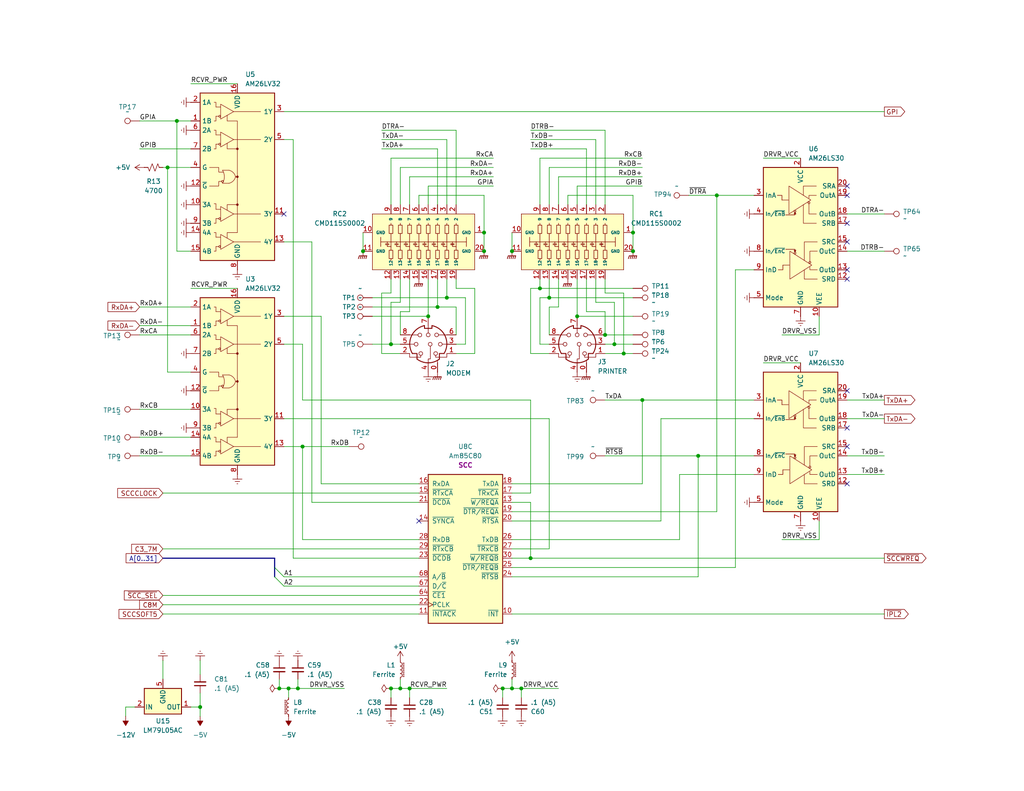
<source format=kicad_sch>
(kicad_sch (version 20250114) (generator "eeschema") (generator_version "9.0")
  (paper "USLetter")
  (title_block (title "Macintosh Classic II Revision B") (date "2025-06-04") (company "Apple Computer") (comment 1 "drawn by Bradley Bell"))
  (junction (at 81.28 187.96))
  (junction (at 172.72 68.58))
  (junction (at 121.92 81.28))
  (junction (at 139.7 187.96))
  (junction (at 132.08 63.5))
  (junction (at 116.84 86.36))
  (junction (at 157.48 86.36))
  (junction (at 132.08 68.58))
  (junction (at 76.2 187.96))
  (junction (at 172.72 63.5))
  (junction (at 170.18 96.52))
  (junction (at 190.5 124.46))
  (junction (at 165.1 91.44))
  (junction (at 137.16 187.96))
  (junction (at 119.38 83.82))
  (junction (at 106.68 93.98))
  (junction (at 106.68 187.96))
  (junction (at 111.76 187.96))
  (junction (at 149.86 81.28))
  (junction (at 54.61 193.04))
  (junction (at 45.72 45.72))
  (junction (at 142.24 187.96))
  (junction (at 167.64 93.98))
  (junction (at 82.55 121.92))
  (junction (at 139.7 68.58))
  (junction (at 99.06 68.58))
  (junction (at 195.58 53.34))
  (junction (at 175.26 109.22))
  (junction (at 109.22 187.96))
  (junction (at 144.78 152.4))
  (junction (at 147.32 78.74))
  (junction (at 78.74 187.96))
  (junction (at 48.26 33.02))
  (no_connect (at 231.14 132.08))
  (no_connect (at 231.14 50.8))
  (no_connect (at 231.14 116.84))
  (no_connect (at 231.14 76.2))
  (no_connect (at 114.3 142.24))
  (no_connect (at 231.14 60.96))
  (no_connect (at 231.14 53.34))
  (no_connect (at 231.14 66.04))
  (no_connect (at 77.47 58.42))
  (no_connect (at 231.14 106.68))
  (no_connect (at 231.14 73.66))
  (no_connect (at 231.14 121.92))
  (bus_entry (at 74.93 157.48) (size 2.54 2.54))
  (bus_entry (at 74.93 154.94) (size 2.54 2.54))
  (wire (pts (xy 109.22 85.09) (xy 111.76 85.09)))
  (wire (pts (xy 175.26 43.18) (xy 147.32 43.18)))
  (wire (pts (xy 76.2 187.96) (xy 78.74 187.96)))
  (wire (pts (xy 52.07 68.58) (xy 48.26 68.58)))
  (wire (pts (xy 139.7 187.96) (xy 142.24 187.96)))
  (wire (pts (xy 109.22 82.55) (xy 109.22 76.2)))
  (wire (pts (xy 82.55 93.98) (xy 77.47 93.98)))
  (wire (pts (xy 175.26 132.08) (xy 175.26 109.22)))
  (wire (pts (xy 139.7 167.64) (xy 241.3 167.64)))
  (wire (pts (xy 165.1 35.56) (xy 165.1 55.88)))
  (wire (pts (xy 77.47 38.1) (xy 80.01 38.1)))
  (wire (pts (xy 200.66 154.94) (xy 200.66 73.66)))
  (wire (pts (xy 154.94 55.88) (xy 154.94 53.34)))
  (wire (pts (xy 175.26 109.22) (xy 205.74 109.22)))
  (wire (pts (xy 144.78 96.52) (xy 149.86 96.52)))
  (wire (pts (xy 52.07 101.6) (xy 45.72 101.6)))
  (wire (pts (xy 160.02 40.64) (xy 160.02 55.88)))
  (wire (pts (xy 172.72 96.52) (xy 170.18 96.52)))
  (wire (pts (xy 223.52 91.44) (xy 223.52 86.36)))
  (wire (pts (xy 139.7 139.7) (xy 195.58 139.7)))
  (wire (pts (xy 106.68 190.5) (xy 106.68 187.96)))
  (wire (pts (xy 149.86 83.82) (xy 152.4 83.82)))
  (wire (pts (xy 38.1 40.64) (xy 52.07 40.64)))
  (wire (pts (xy 144.78 38.1) (xy 162.56 38.1)))
  (wire (pts (xy 172.72 93.98) (xy 167.64 93.98)))
  (wire (pts (xy 44.45 185.42) (xy 44.45 180.34)))
  (wire (pts (xy 139.7 157.48) (xy 190.5 157.48)))
  (wire (pts (xy 77.47 121.92) (xy 82.55 121.92)))
  (wire (pts (xy 147.32 81.28) (xy 147.32 93.98)))
  (wire (pts (xy 165.1 80.01) (xy 165.1 76.2)))
  (wire (pts (xy 231.14 68.58) (xy 241.3 68.58)))
  (wire (pts (xy 147.32 78.74) (xy 172.72 78.74)))
  (wire (pts (xy 127 81.28) (xy 121.92 81.28)))
  (wire (pts (xy 99.06 63.5) (xy 99.06 68.58)))
  (wire (pts (xy 109.22 187.96) (xy 111.76 187.96)))
  (wire (pts (xy 129.54 96.52) (xy 129.54 78.74)))
  (wire (pts (xy 38.1 33.02) (xy 48.26 33.02)))
  (wire (pts (xy 111.76 48.26) (xy 111.76 55.88)))
  (wire (pts (xy 139.7 185.42) (xy 139.7 187.96)))
  (wire (pts (xy 165.1 109.22) (xy 175.26 109.22)))
  (wire (pts (xy 85.09 66.04) (xy 85.09 137.16)))
  (wire (pts (xy 44.45 167.64) (xy 114.3 167.64)))
  (wire (pts (xy 175.26 45.72) (xy 149.86 45.72)))
  (wire (pts (xy 101.6 83.82) (xy 119.38 83.82)))
  (wire (pts (xy 213.36 147.32) (xy 223.52 147.32)))
  (wire (pts (xy 172.72 63.5) (xy 172.72 68.58)))
  (wire (pts (xy 149.86 45.72) (xy 149.86 55.88)))
  (wire (pts (xy 77.47 30.48) (xy 241.3 30.48)))
  (wire (pts (xy 144.78 134.62) (xy 139.7 134.62)))
  (wire (pts (xy 172.72 86.36) (xy 157.48 86.36)))
  (wire (pts (xy 195.58 53.34) (xy 195.58 139.7)))
  (wire (pts (xy 119.38 40.64) (xy 119.38 55.88)))
  (wire (pts (xy 162.56 38.1) (xy 162.56 55.88)))
  (wire (pts (xy 144.78 109.22) (xy 144.78 134.62)))
  (wire (pts (xy 132.08 53.34) (xy 132.08 63.5)))
  (wire (pts (xy 116.84 86.36) (xy 116.84 76.2)))
  (wire (pts (xy 104.14 96.52) (xy 109.22 96.52)))
  (wire (pts (xy 44.45 134.62) (xy 114.3 134.62)))
  (wire (pts (xy 127 93.98) (xy 127 81.28)))
  (wire (pts (xy 208.28 99.06) (xy 218.44 99.06)))
  (wire (pts (xy 109.22 91.44) (xy 109.22 85.09)))
  (wire (pts (xy 149.86 114.3) (xy 149.86 149.86)))
  (wire (pts (xy 129.54 78.74) (xy 124.46 78.74)))
  (wire (pts (xy 81.28 185.42) (xy 81.28 187.96)))
  (wire (pts (xy 82.55 109.22) (xy 144.78 109.22)))
  (wire (pts (xy 87.63 86.36) (xy 87.63 132.08)))
  (wire (pts (xy 147.32 78.74) (xy 147.32 76.2)))
  (wire (pts (xy 144.78 78.74) (xy 147.32 78.74)))
  (wire (pts (xy 144.78 40.64) (xy 160.02 40.64)))
  (wire (pts (xy 106.68 43.18) (xy 106.68 55.88)))
  (wire (pts (xy 139.7 147.32) (xy 185.42 147.32)))
  (wire (pts (xy 76.2 185.42) (xy 76.2 187.96)))
  (wire (pts (xy 213.36 91.44) (xy 223.52 91.44)))
  (wire (pts (xy 54.61 189.23) (xy 54.61 193.04)))
  (wire (pts (xy 165.1 93.98) (xy 167.64 93.98)))
  (wire (pts (xy 77.47 160.02) (xy 114.3 160.02)))
  (wire (pts (xy 81.28 187.96) (xy 78.74 187.96)))
  (wire (pts (xy 114.3 55.88) (xy 114.3 53.34)))
  (wire (pts (xy 124.46 78.74) (xy 124.46 76.2)))
  (wire (pts (xy 144.78 78.74) (xy 144.78 96.52)))
  (wire (pts (xy 185.42 129.54) (xy 205.74 129.54)))
  (wire (pts (xy 106.68 80.01) (xy 106.68 76.2)))
  (wire (pts (xy 104.14 40.64) (xy 119.38 40.64)))
  (wire (pts (xy 154.94 53.34) (xy 172.72 53.34)))
  (wire (pts (xy 106.68 82.55) (xy 109.22 82.55)))
  (wire (pts (xy 190.5 124.46) (xy 205.74 124.46)))
  (wire (pts (xy 48.26 33.02) (xy 52.07 33.02)))
  (wire (pts (xy 52.07 22.86) (xy 64.77 22.86)))
  (wire (pts (xy 85.09 137.16) (xy 114.3 137.16)))
  (wire (pts (xy 52.07 78.74) (xy 64.77 78.74)))
  (wire (pts (xy 124.46 91.44) (xy 124.46 83.82)))
  (wire (pts (xy 82.55 121.92) (xy 82.55 147.32)))
  (wire (pts (xy 170.18 96.52) (xy 170.18 80.01)))
  (wire (pts (xy 106.68 82.55) (xy 106.68 93.98)))
  (wire (pts (xy 109.22 45.72) (xy 109.22 55.88)))
  (wire (pts (xy 111.76 85.09) (xy 111.76 76.2)))
  (wire (pts (xy 134.62 48.26) (xy 111.76 48.26)))
  (wire (pts (xy 157.48 50.8) (xy 157.48 55.88)))
  (wire (pts (xy 124.46 83.82) (xy 119.38 83.82)))
  (wire (pts (xy 44.45 45.72) (xy 45.72 45.72)))
  (wire (pts (xy 82.55 109.22) (xy 82.55 93.98)))
  (wire (pts (xy 38.1 88.9) (xy 52.07 88.9)))
  (wire (pts (xy 162.56 82.55) (xy 162.56 76.2)))
  (wire (pts (xy 87.63 132.08) (xy 114.3 132.08)))
  (wire (pts (xy 38.1 83.82) (xy 52.07 83.82)))
  (wire (pts (xy 104.14 80.01) (xy 104.14 96.52)))
  (wire (pts (xy 134.62 50.8) (xy 116.84 50.8)))
  (bus (pts (xy 74.93 152.4) (xy 74.93 154.94)))
  (wire (pts (xy 44.45 165.1) (xy 114.3 165.1)))
  (wire (pts (xy 142.24 190.5) (xy 142.24 187.96)))
  (wire (pts (xy 231.14 124.46) (xy 241.3 124.46)))
  (wire (pts (xy 167.64 82.55) (xy 162.56 82.55)))
  (wire (pts (xy 142.24 187.96) (xy 152.4 187.96)))
  (wire (pts (xy 34.29 193.04) (xy 36.83 193.04)))
  (wire (pts (xy 121.92 81.28) (xy 121.92 76.2)))
  (wire (pts (xy 147.32 93.98) (xy 149.86 93.98)))
  (wire (pts (xy 38.1 124.46) (xy 52.07 124.46)))
  (wire (pts (xy 38.1 91.44) (xy 52.07 91.44)))
  (wire (pts (xy 149.86 81.28) (xy 147.32 81.28)))
  (wire (pts (xy 111.76 190.5) (xy 111.76 187.96)))
  (wire (pts (xy 187.96 53.34) (xy 195.58 53.34)))
  (wire (pts (xy 167.64 93.98) (xy 167.64 82.55)))
  (wire (pts (xy 121.92 38.1) (xy 121.92 55.88)))
  (wire (pts (xy 231.14 109.22) (xy 241.3 109.22)))
  (wire (pts (xy 160.02 85.09) (xy 160.02 76.2)))
  (wire (pts (xy 109.22 185.42) (xy 109.22 187.96)))
  (wire (pts (xy 139.7 142.24) (xy 180.34 142.24)))
  (wire (pts (xy 152.4 48.26) (xy 152.4 55.88)))
  (wire (pts (xy 104.14 38.1) (xy 121.92 38.1)))
  (wire (pts (xy 185.42 147.32) (xy 185.42 129.54)))
  (wire (pts (xy 80.01 38.1) (xy 80.01 152.4)))
  (wire (pts (xy 149.86 91.44) (xy 149.86 83.82)))
  (wire (pts (xy 175.26 48.26) (xy 152.4 48.26)))
  (wire (pts (xy 82.55 121.92) (xy 95.25 121.92)))
  (wire (pts (xy 172.72 81.28) (xy 149.86 81.28)))
  (wire (pts (xy 54.61 180.34) (xy 54.61 184.15)))
  (wire (pts (xy 165.1 85.09) (xy 160.02 85.09)))
  (wire (pts (xy 116.84 50.8) (xy 116.84 55.88)))
  (wire (pts (xy 54.61 193.04) (xy 52.07 193.04)))
  (wire (pts (xy 149.86 81.28) (xy 149.86 76.2)))
  (wire (pts (xy 137.16 187.96) (xy 139.7 187.96)))
  (wire (pts (xy 190.5 157.48) (xy 190.5 124.46)))
  (wire (pts (xy 144.78 137.16) (xy 139.7 137.16)))
  (bus (pts (xy 74.93 154.94) (xy 74.93 157.48)))
  (wire (pts (xy 38.1 119.38) (xy 52.07 119.38)))
  (wire (pts (xy 101.6 93.98) (xy 106.68 93.98)))
  (wire (pts (xy 106.68 93.98) (xy 109.22 93.98)))
  (wire (pts (xy 195.58 53.34) (xy 205.74 53.34)))
  (wire (pts (xy 104.14 35.56) (xy 124.46 35.56)))
  (wire (pts (xy 144.78 152.4) (xy 241.3 152.4)))
  (wire (pts (xy 147.32 43.18) (xy 147.32 55.88)))
  (wire (pts (xy 144.78 35.56) (xy 165.1 35.56)))
  (wire (pts (xy 124.46 35.56) (xy 124.46 55.88)))
  (wire (pts (xy 144.78 152.4) (xy 144.78 137.16)))
  (wire (pts (xy 208.28 43.18) (xy 218.44 43.18)))
  (wire (pts (xy 121.92 187.96) (xy 111.76 187.96)))
  (wire (pts (xy 124.46 96.52) (xy 129.54 96.52)))
  (wire (pts (xy 157.48 86.36) (xy 157.48 76.2)))
  (wire (pts (xy 77.47 66.04) (xy 85.09 66.04)))
  (wire (pts (xy 231.14 114.3) (xy 241.3 114.3)))
  (wire (pts (xy 80.01 152.4) (xy 114.3 152.4)))
  (wire (pts (xy 77.47 157.48) (xy 114.3 157.48)))
  (wire (pts (xy 34.29 195.58) (xy 34.29 193.04)))
  (wire (pts (xy 48.26 33.02) (xy 48.26 68.58)))
  (wire (pts (xy 82.55 147.32) (xy 114.3 147.32)))
  (wire (pts (xy 134.62 43.18) (xy 106.68 43.18)))
  (wire (pts (xy 114.3 53.34) (xy 132.08 53.34)))
  (wire (pts (xy 139.7 132.08) (xy 175.26 132.08)))
  (wire (pts (xy 231.14 58.42) (xy 241.3 58.42)))
  (bus (pts (xy 44.45 152.4) (xy 74.93 152.4)))
  (wire (pts (xy 78.74 190.5) (xy 78.74 187.96)))
  (wire (pts (xy 54.61 195.58) (xy 54.61 193.04)))
  (wire (pts (xy 77.47 114.3) (xy 149.86 114.3)))
  (wire (pts (xy 152.4 83.82) (xy 152.4 76.2)))
  (wire (pts (xy 175.26 50.8) (xy 157.48 50.8)))
  (wire (pts (xy 101.6 81.28) (xy 121.92 81.28)))
  (wire (pts (xy 124.46 93.98) (xy 127 93.98)))
  (wire (pts (xy 172.72 53.34) (xy 172.72 63.5)))
  (wire (pts (xy 139.7 63.5) (xy 139.7 68.58)))
  (wire (pts (xy 139.7 154.94) (xy 200.66 154.94)))
  (wire (pts (xy 165.1 124.46) (xy 190.5 124.46)))
  (wire (pts (xy 38.1 111.76) (xy 52.07 111.76)))
  (wire (pts (xy 172.72 91.44) (xy 165.1 91.44)))
  (wire (pts (xy 45.72 101.6) (xy 45.72 45.72)))
  (wire (pts (xy 109.22 187.96) (xy 106.68 187.96)))
  (wire (pts (xy 44.45 162.56) (xy 114.3 162.56)))
  (wire (pts (xy 200.66 73.66) (xy 205.74 73.66)))
  (wire (pts (xy 165.1 96.52) (xy 170.18 96.52)))
  (wire (pts (xy 101.6 86.36) (xy 116.84 86.36)))
  (wire (pts (xy 223.52 147.32) (xy 223.52 142.24)))
  (wire (pts (xy 137.16 190.5) (xy 137.16 187.96)))
  (wire (pts (xy 180.34 114.3) (xy 180.34 142.24)))
  (wire (pts (xy 45.72 45.72) (xy 52.07 45.72)))
  (wire (pts (xy 132.08 63.5) (xy 132.08 68.58)))
  (wire (pts (xy 77.47 86.36) (xy 87.63 86.36)))
  (wire (pts (xy 119.38 83.82) (xy 119.38 76.2)))
  (wire (pts (xy 104.14 80.01) (xy 106.68 80.01)))
  (wire (pts (xy 134.62 45.72) (xy 109.22 45.72)))
  (wire (pts (xy 165.1 91.44) (xy 165.1 85.09)))
  (wire (pts (xy 144.78 152.4) (xy 139.7 152.4)))
  (wire (pts (xy 149.86 149.86) (xy 139.7 149.86)))
  (wire (pts (xy 170.18 80.01) (xy 165.1 80.01)))
  (wire (pts (xy 81.28 187.96) (xy 93.98 187.96)))
  (wire (pts (xy 231.14 129.54) (xy 241.3 129.54)))
  (wire (pts (xy 44.45 149.86) (xy 114.3 149.86)))
  (wire (pts (xy 180.34 114.3) (xy 205.74 114.3)))
  (label "TxDA+" (at 104.14 40.64 0))
  (label "GPIB" (at 38.1 40.64 0))
  (label "DRVR_VSS" (at 93.98 187.96 180))
  (label "DRVR_VCC" (at 208.28 43.18 0))
  (label "TxDA" (at 165.1 109.22 0))
  (label "TxDA-" (at 104.14 38.1 0))
  (label "TxDB+" (at 144.78 40.64 0))
  (label "RxDA-" (at 38.1 88.9 0))
  (label "TxDA+" (at 241.3 109.22 180))
  (label "A2" (at 77.47 160.02 0))
  (label "RxCB" (at 38.1 111.76 0))
  (label "~{RTSB}" (at 165.1 124.46 0))
  (label "TxDB+" (at 241.3 129.54 180))
  (label "DTRA-" (at 241.3 58.42 180))
  (label "A1" (at 77.47 157.48 0))
  (label "RxDB+" (at 38.1 119.38 0))
  (label "RCVR_PWR" (at 52.07 22.86 0))
  (label "DRVR_VCC" (at 208.28 99.06 0))
  (label "RxCB" (at 175.26 43.18 180))
  (label "RxDA+" (at 134.62 48.26 180))
  (label "TxDA-" (at 241.3 114.3 180))
  (label "DTRB-" (at 241.3 68.58 180))
  (label "GPIA" (at 134.62 50.8 180))
  (label "RCVR_PWR" (at 52.07 78.74 0))
  (label "TxDB-" (at 241.3 124.46 180))
  (label "DRVR_VSS" (at 213.36 91.44 0))
  (label "RxDB-" (at 175.26 45.72 180))
  (label "RxDA-" (at 134.62 45.72 180))
  (label "DRVR_VCC" (at 152.4 187.96 180))
  (label "RxDA+" (at 38.1 83.82 0))
  (label "TxDB-" (at 144.78 38.1 0))
  (label "GPIB" (at 175.26 50.8 180))
  (label "GPIA" (at 38.1 33.02 0))
  (label "DRVR_VSS" (at 213.36 147.32 0))
  (label "DTRA-" (at 104.14 35.56 0))
  (label "~{DTRA}" (at 187.96 53.34 0))
  (label "RxDB+" (at 175.26 48.26 180))
  (label "RxCA" (at 38.1 91.44 0))
  (label "RxDB-" (at 38.1 124.46 0))
  (label "RxDB" (at 95.25 121.92 180))
  (label "DTRB-" (at 144.78 35.56 0))
  (label "RCVR_PWR" (at 121.92 187.96 180))
  (label "RxCA" (at 134.62 43.18 180))
  (global_label "C3_7M" (shape input) (at 44.45 149.86 180) (property "Intersheetrefs" "${INTERSHEET_REFS}" (at 35.3568 149.86 0) (effects (justify right))))
  (global_label "~{IPL2}" (shape output) (at 241.3 167.64 0) (property "Intersheetrefs" "${INTERSHEET_REFS}" (at 248.3976 167.64 0) (effects (justify left))))
  (global_label "TxDA+" (shape output) (at 241.3 109.22 0) (property "Intersheetrefs" "${INTERSHEET_REFS}" (at 250.2119 109.22 0) (effects (justify left))))
  (global_label "C8M" (shape input) (at 44.45 165.1 180) (property "Intersheetrefs" "${INTERSHEET_REFS}" (at 37.5339 165.1 0) (effects (justify right))))
  (global_label "~{SCC_SEL}" (shape input) (at 44.45 162.56 180) (property "Intersheetrefs" "${INTERSHEET_REFS}" (at 33.3611 162.56 0) (effects (justify right))))
  (global_label "SCCSOFT5" (shape input) (at 44.45 167.64 180) (property "Intersheetrefs" "${INTERSHEET_REFS}" (at 31.9096 167.64 0) (effects (justify right))))
  (global_label "GPI" (shape output) (at 241.3 30.48 0) (property "Intersheetrefs" "${INTERSHEET_REFS}" (at 247.43 30.48 0) (effects (justify left))))
  (global_label "RxDA-" (shape input) (at 38.1 88.9 180) (property "Intersheetrefs" "${INTERSHEET_REFS}" (at 28.8857 88.9 0) (effects (justify right))))
  (global_label "~{SCCWREQ}" (shape output) (at 241.3 152.4 0) (property "Intersheetrefs" "${INTERSHEET_REFS}" (at 253.2356 152.4 0) (effects (justify left))))
  (global_label "A[0..31]" (shape input) (at 44.45 152.4 180) (property "Intersheetrefs" "${INTERSHEET_REFS}" (at 33.8447 152.4 0) (effects (justify right))))
  (global_label "SCCCLOCK" (shape input) (at 44.45 134.62 180) (property "Intersheetrefs" "${INTERSHEET_REFS}" (at 31.5467 134.62 0) (effects (justify right))))
  (global_label "TxDA-" (shape output) (at 241.3 114.3 0) (property "Intersheetrefs" "${INTERSHEET_REFS}" (at 250.2119 114.3 0) (effects (justify left))))
  (global_label "RxDA+" (shape input) (at 38.1 83.82 180) (property "Intersheetrefs" "${INTERSHEET_REFS}" (at 28.8857 83.82 0) (effects (justify right))))
  (symbol (lib_id "Connector:TestPoint") (at 38.1 91.44 90) (mirror x) (unit 1)
    (property "Reference" "TP13" (at 33.02 91.694 90) (effects (justify left)))
    (property "Value" "~" (at 33.02 92.71 90) (effects (justify left)))
    (property "Footprint" "MyPackage:TestPoint_Pad_D1.0mm" (effects (hide yes)))
    (property "Description" "test point" (effects (hide yes)))
  )
  (symbol (lib_id "power:GNDREF") (at 205.74 58.42 270) (mirror x) (unit 1)
    (property "Reference" "#PWR0125" (effects (hide yes)))
    (property "Value" "GND" (effects (hide yes)))
    (property "Description" "Power symbol creates a global label with name \"GNDREF\" , reference supply ground" (effects (hide yes)))
  )
  (symbol (lib_id "power:GNDREF") (at 64.77 129.54 0) (unit 1)
    (property "Reference" "#PWR0159" (effects (hide yes)))
    (property "Value" "GND" (effects (hide yes)))
    (property "Description" "Power symbol creates a global label with name \"GNDREF\" , reference supply ground" (effects (hide yes)))
  )
  (symbol (lib_id "power:GNDREF") (at 205.74 81.28 270) (mirror x) (unit 1)
    (property "Reference" "#PWR0129" (effects (hide yes)))
    (property "Value" "GND" (effects (hide yes)))
    (property "Description" "Power symbol creates a global label with name \"GNDREF\" , reference supply ground" (effects (hide yes)))
  )
  (symbol (lib_id "Device:C_Small") (at 137.16 193.04 180) (unit 1)
    (property "Reference" "C51" (at 134.62 194.3038 0) (effects (justify left)))
    (property "Value" ".1 (A5)" (at 134.62 191.7638 0) (effects (justify left)))
    (property "Footprint" "MyPackage:SMD_0603_1608Metric_Pad1.52x1.02mm" (effects (hide yes)))
    (property "Description" "Unpolarized capacitor, small symbol" (effects (hide yes)))
  )
  (symbol (lib_id "Interface:AM26LV32xD") (at 64.77 48.26 0) (unit 1)
    (property "Reference" "U5" (at 66.9133 20.32 0) (effects (justify left)))
    (property "Value" "AM26LV32" (at 66.9133 22.86 0) (effects (justify left)))
    (property "Footprint" "MyPackage:SOIC-16_4.55x10.3mm_P1.27mm_oval" (effects (hide yes)))
    (property "Datasheet" "http://www.ti.com/lit/ds/symlink/am26lv32.pdf" (effects (hide yes)))
    (property "Description" "32Mbps 3.3V RS485 Quad Line Receivers, SOIC-16" (effects (hide yes)))
  )
  (symbol (lib_id "power:-5V") (at 54.61 195.58 180) (unit 1)
    (property "Reference" "#PWR0197" (effects (hide yes)))
    (property "Value" "-5V" (at 54.61 200.66 0))
    (property "Description" "Power symbol creates a global label with name \"-5V\"" (effects (hide yes)))
  )
  (symbol (lib_id "power:GNDREF") (at 52.07 55.88 270) (unit 1)
    (property "Reference" "#PWR0152" (effects (hide yes)))
    (property "Value" "GND" (effects (hide yes)))
    (property "Description" "Power symbol creates a global label with name \"GNDREF\" , reference supply ground" (effects (hide yes)))
  )
  (symbol (lib_id "power:GNDREF") (at 52.07 27.94 270) (unit 1)
    (property "Reference" "#PWR0149" (effects (hide yes)))
    (property "Value" "GND" (effects (hide yes)))
    (property "Description" "Power symbol creates a global label with name \"GNDREF\" , reference supply ground" (effects (hide yes)))
  )
  (symbol (lib_id "Device:C_Small") (at 76.2 182.88 0) (mirror y) (unit 1)
    (property "Reference" "C58" (at 73.66 181.6162 0) (effects (justify left)))
    (property "Value" ".1 (A5)" (at 73.66 184.1562 0) (effects (justify left)))
    (property "Footprint" "MyPackage:SMD_0603_1608Metric_Pad1.52x1.02mm" (effects (hide yes)))
    (property "Description" "Unpolarized capacitor, small symbol" (effects (hide yes)))
  )
  (symbol (lib_id "Connector:TestPoint") (at 38.1 33.02 90) (mirror x) (unit 1)
    (property "Reference" "TP17" (at 34.798 29.21 90))
    (property "Value" "~" (at 34.798 30.48 90))
    (property "Footprint" "MyPackage:TestPoint_Pad_D1.0mm" (effects (hide yes)))
    (property "Description" "test point" (effects (hide yes)))
  )
  (symbol (lib_id "power:GNDPWR") (at 132.08 68.58 0) (unit 1)
    (property "Reference" "#PWR0246" (effects (hide yes)))
    (property "Value" "GNDPWR" (effects (hide yes)))
    (property "Description" "Power symbol creates a global label with name \"GNDPWR\" , global ground" (effects (hide yes)))
  )
  (symbol (lib_id "power:-12V") (at 34.29 195.58 180) (unit 1)
    (property "Reference" "#PWR0222" (effects (hide yes)))
    (property "Value" "-12V" (at 34.29 200.66 0))
    (property "Description" "Power symbol creates a global label with name \"-12V\"" (effects (hide yes)))
  )
  (symbol (lib_id "power:GNDPWR") (at 139.7 68.58 0) (unit 1)
    (property "Reference" "#PWR0247" (effects (hide yes)))
    (property "Value" "GNDPWR" (effects (hide yes)))
    (property "Description" "Power symbol creates a global label with name \"GNDPWR\" , global ground" (effects (hide yes)))
  )
  (symbol (lib_id "power:GNDREF") (at 205.74 68.58 270) (mirror x) (unit 1)
    (property "Reference" "#PWR0126" (effects (hide yes)))
    (property "Value" "GND" (effects (hide yes)))
    (property "Description" "Power symbol creates a global label with name \"GNDREF\" , reference supply ground" (effects (hide yes)))
  )
  (symbol (lib_id "power:GNDREF") (at 205.74 137.16 270) (mirror x) (unit 1)
    (property "Reference" "#PWR0146" (effects (hide yes)))
    (property "Value" "GND" (effects (hide yes)))
    (property "Description" "Power symbol creates a global label with name \"GNDREF\" , reference supply ground" (effects (hide yes)))
  )
  (symbol (lib_id "Device:L_Ferrite_Small") (at 139.7 182.88 0) (mirror x) (unit 1)
    (property "Reference" "L9" (at 138.43 181.6099 0) (effects (justify right)))
    (property "Value" "Ferrite" (at 138.43 184.1499 0) (effects (justify right)))
    (property "Footprint" "MyPackage:L_2010_5025Metric_Pad2.0x2.2mm_HandSolder" (effects (hide yes)))
    (property "Description" "Inductor with ferrite core, small symbol" (effects (hide yes)))
  )
  (symbol (lib_id "power:GNDREF") (at 52.07 116.84 270) (unit 1)
    (property "Reference" "#PWR0156" (effects (hide yes)))
    (property "Value" "GND" (effects (hide yes)))
    (property "Description" "Power symbol creates a global label with name \"GNDREF\" , reference supply ground" (effects (hide yes)))
  )
  (symbol (lib_id "MyInterface:AM26LS30JC") (at 218.44 63.5 0) (unit 1) (convert 2)
    (property "Reference" "U6" (at 220.5833 40.64 0) (effects (justify left)))
    (property "Value" "AM26LS30" (at 220.5833 43.18 0) (effects (justify left)))
    (property "Footprint" "MyPackage:PLCC-20_rounded" (effects (hide yes)))
    (property "Description" "Dual Differential RS-422 Party Line/Quad Single Ended RS-423 Line Driver" (effects (hide yes)))
  )
  (symbol (lib_name "RC_Network_1") (lib_id "AppleASIC:RC_Network") (at 116.84 66.04 180) (unit 1)
    (property "Reference" "RC2" (at 92.71 58.3865 0))
    (property "Value" "CMD115S0002" (at 92.71 60.9265 0))
    (property "Footprint" "MyPackage:SOIC-20W_7.5x12.8mm_P1.27mm_RC" (effects (hide yes)))
    (property "Description" "Generic connector, double row, 02x10, counter clockwise pin numbering scheme (similar to DIP package numbering), script generated (kicad-library-utils/schlib/autogen/connector/)" (effects (hide yes)))
  )
  (symbol (lib_id "power:GNDREF") (at 142.24 195.58 0) (mirror y) (unit 1)
    (property "Reference" "#PWR0144" (effects (hide yes)))
    (property "Value" "GND" (effects (hide yes)))
    (property "Description" "Power symbol creates a global label with name \"GNDREF\" , reference supply ground" (effects (hide yes)))
  )
  (symbol (lib_id "power:GNDREF") (at 52.07 35.56 270) (unit 1)
    (property "Reference" "#PWR0150" (effects (hide yes)))
    (property "Value" "GND" (effects (hide yes)))
    (property "Description" "Power symbol creates a global label with name \"GNDREF\" , reference supply ground" (effects (hide yes)))
  )
  (symbol (lib_id "MyConnector:Mini-DIN-8_MountingHole") (at 157.48 93.98 0) (unit 1)
    (property "Reference" "J3" (at 163.068 98.806 0) (effects (justify left)))
    (property "Value" "PRINTER" (at 163.068 101.346 0) (effects (justify left)))
    (property "Footprint" "Connector_Imports:TE_5749268-1_MINI_DIN_8_RA_Shield" (effects (hide yes)))
    (property "Datasheet" "http://service.powerdynamics.com/ec/Catalog17/Section%2011.pdf" (effects (hide yes)))
    (property "Description" "8-pin Mini-DIN connector" (effects (hide yes)))
  )
  (symbol (lib_id "Regulator_Linear:L79L05_SO8") (at 44.45 193.04 0) (unit 1)
    (property "Reference" "U15" (at 44.45 196.85 0))
    (property "Value" "LM79L05AC" (at 44.45 199.39 0))
    (property "Footprint" "MyPackage:SOIC-8_3.9x4.9mm_P1.27mm_oval" (effects (hide yes)))
    (property "Datasheet" "http://www.farnell.com/datasheets/1827870.pdf" (effects (hide yes)))
    (property "Description" "Negative 100mA -30V Linear Regulator, Fixed Output -5V, SO-8" (effects (hide yes)))
  )
  (symbol (lib_id "Device:C_Small") (at 111.76 193.04 0) (unit 1)
    (property "Reference" "C28" (at 114.3 191.7762 0) (effects (justify left)))
    (property "Value" ".1 (A5)" (at 114.3 194.3162 0) (effects (justify left)))
    (property "Footprint" "MyPackage:SMD_0603_1608Metric_Pad1.52x1.02mm" (effects (hide yes)))
    (property "Description" "Unpolarized capacitor, small symbol" (effects (hide yes)))
  )
  (symbol (lib_id "Interface:AM26LV32xD") (at 64.77 104.14 0) (unit 1)
    (property "Reference" "U3" (at 66.9133 76.2 0) (effects (justify left)))
    (property "Value" "AM26LV32" (at 66.9133 78.74 0) (effects (justify left)))
    (property "Footprint" "MyPackage:SOIC-16_4.55x10.3mm_P1.27mm_oval" (effects (hide yes)))
    (property "Datasheet" "http://www.ti.com/lit/ds/symlink/am26lv32.pdf" (effects (hide yes)))
    (property "Description" "32Mbps 3.3V RS485 Quad Line Receivers, SOIC-16" (effects (hide yes)))
  )
  (symbol (lib_id "power:GNDPWR") (at 154.94 76.2 0) (unit 1)
    (property "Reference" "#PWR0249" (effects (hide yes)))
    (property "Value" "GNDPWR" (effects (hide yes)))
    (property "Description" "Power symbol creates a global label with name \"GNDPWR\" , global ground" (effects (hide yes)))
  )
  (symbol (lib_id "power:GNDREF") (at 137.16 195.58 0) (mirror y) (unit 1)
    (property "Reference" "#PWR0132" (effects (hide yes)))
    (property "Value" "GND" (effects (hide yes)))
    (property "Description" "Power symbol creates a global label with name \"GNDREF\" , reference supply ground" (effects (hide yes)))
  )
  (symbol (lib_id "Device:C_Small") (at 106.68 193.04 0) (unit 1)
    (property "Reference" "C38" (at 104.14 191.7762 0) (effects (justify right)))
    (property "Value" ".1 (A5)" (at 104.14 194.3162 0) (effects (justify right)))
    (property "Footprint" "MyPackage:SMD_0603_1608Metric_Pad1.52x1.02mm" (effects (hide yes)))
    (property "Description" "Unpolarized capacitor, small symbol" (effects (hide yes)))
  )
  (symbol (lib_id "Connector:TestPoint") (at 101.6 93.98 90) (unit 1)
    (property "Reference" "TP5" (at 95.25 93.98 90))
    (property "Value" "~" (at 98.298 91.44 90))
    (property "Footprint" "MyPackage:TestPoint_THTPad_D1.0mm_Drill0.5mm" (effects (hide yes)))
    (property "Description" "test point" (effects (hide yes)))
  )
  (symbol (lib_id "MyConnector:Mini-DIN-8_MountingHole") (at 116.84 93.98 0) (unit 1)
    (property "Reference" "J2" (at 121.666 99.314 0) (effects (justify left)))
    (property "Value" "MODEM" (at 121.666 101.854 0) (effects (justify left)))
    (property "Footprint" "Connector_Imports:TE_5749268-1_MINI_DIN_8_RA_Shield" (effects (hide yes)))
    (property "Datasheet" "http://service.powerdynamics.com/ec/Catalog17/Section%2011.pdf" (effects (hide yes)))
    (property "Description" "8-pin Mini-DIN connector" (effects (hide yes)))
  )
  (symbol (lib_id "Connector:TestPoint") (at 172.72 96.52 270) (mirror x) (unit 1)
    (property "Reference" "TP24" (at 177.8 95.8849 90) (effects (justify left)))
    (property "Value" "~" (at 177.8 97.79 90) (effects (justify left)))
    (property "Footprint" "MyPackage:TestPoint_THTPad_D1.0mm_Drill0.5mm" (effects (hide yes)))
    (property "Description" "test point" (effects (hide yes)))
  )
  (symbol (lib_id "Device:C_Small") (at 142.24 193.04 0) (mirror x) (unit 1)
    (property "Reference" "C60" (at 144.78 194.3038 0) (effects (justify left)))
    (property "Value" ".1 (A5)" (at 144.78 191.7638 0) (effects (justify left)))
    (property "Footprint" "MyPackage:SMD_0603_1608Metric_Pad1.52x1.02mm" (effects (hide yes)))
    (property "Description" "Unpolarized capacitor, small symbol" (effects (hide yes)))
  )
  (symbol (lib_id "Device:L_Ferrite_Small") (at 109.22 182.88 0) (mirror x) (unit 1)
    (property "Reference" "L1" (at 107.95 181.6099 0) (effects (justify right)))
    (property "Value" "Ferrite" (at 107.95 184.1499 0) (effects (justify right)))
    (property "Footprint" "MyPackage:L_2010_5025Metric_Pad2.0x2.2mm_HandSolder" (effects (hide yes)))
    (property "Description" "Inductor with ferrite core, small symbol" (effects (hide yes)))
  )
  (symbol (lib_id "MyInterface:Am85C80") (at 127 149.86 0) (unit 3)
    (property "Reference" "U8" (at 127 121.92 0))
    (property "Value" "Am85C80" (at 127 124.46 0))
    (property "Footprint" "MyPackage:PLCC-68_24.2x24.2mm_P1.27mm_oval" (effects (hide yes)))
    (property "Description" "SCSI, SCC Common Signals" (effects (hide yes)))
    (property "Desc2" "SCSI" (effects (hide yes)))
    (property "Desc" "SCC" (at 127 127 0) (effects (font (thickness 0.254) (bold yes))))
  )
  (symbol (lib_id "power:-5V") (at 78.74 195.58 180) (unit 1)
    (property "Reference" "#PWR0233" (effects (hide yes)))
    (property "Value" "-5V" (at 78.74 200.66 0))
    (property "Description" "Power symbol creates a global label with name \"-5V\"" (effects (hide yes)))
  )
  (symbol (lib_id "Connector:TestPoint") (at 165.1 124.46 90) (mirror x) (unit 1)
    (property "Reference" "TP99" (at 156.972 124.714 90))
    (property "Value" "~" (at 161.798 121.92 90))
    (property "Footprint" "MyPackage:TestPoint_THTPad_D1.0mm_Drill0.5mm" (effects (hide yes)))
    (property "Description" "test point" (effects (hide yes)))
  )
  (symbol (lib_id "power:GNDREF") (at 44.45 180.34 0) (mirror x) (unit 1)
    (property "Reference" "#PWR0170" (effects (hide yes)))
    (property "Value" "GND" (effects (hide yes)))
    (property "Description" "Power symbol creates a global label with name \"GNDREF\" , reference supply ground" (effects (hide yes)))
  )
  (symbol (lib_id "Connector:TestPoint") (at 187.96 53.34 90) (mirror x) (unit 1)
    (property "Reference" "TP94" (at 180.848 53.086 90))
    (property "Value" "~" (at 184.658 50.8 90))
    (property "Footprint" "MyPackage:TestPoint_THTPad_D1.0mm_Drill0.5mm" (effects (hide yes)))
    (property "Description" "test point" (effects (hide yes)))
  )
  (symbol (lib_id "power:GNDREF") (at 81.28 180.34 0) (mirror x) (unit 1)
    (property "Reference" "#PWR0145" (effects (hide yes)))
    (property "Value" "GND" (effects (hide yes)))
    (property "Description" "Power symbol creates a global label with name \"GNDREF\" , reference supply ground" (effects (hide yes)))
  )
  (symbol (lib_id "Connector:TestPoint") (at 241.3 68.58 270) (mirror x) (unit 1)
    (property "Reference" "TP65" (at 246.38 67.9449 90) (effects (justify left)))
    (property "Value" "~" (at 246.38 69.85 90) (effects (justify left)))
    (property "Footprint" "MyPackage:TestPoint_THTPad_D1.0mm_Drill0.5mm" (effects (hide yes)))
    (property "Description" "test point" (effects (hide yes)))
  )
  (symbol (lib_id "Connector:TestPoint") (at 172.72 93.98 270) (mirror x) (unit 1)
    (property "Reference" "TP6" (at 177.8 93.3449 90) (effects (justify left)))
    (property "Value" "~" (at 177.8 95.25 90) (effects (justify left)))
    (property "Footprint" "MyPackage:TestPoint_THTPad_D1.0mm_Drill0.5mm" (effects (hide yes)))
    (property "Description" "test point" (effects (hide yes)))
  )
  (symbol (lib_id "Device:L_Ferrite_Small") (at 78.74 193.04 0) (mirror y) (unit 1)
    (property "Reference" "L8" (at 80.01 191.7699 0) (effects (justify right)))
    (property "Value" "Ferrite" (at 80.01 194.3099 0) (effects (justify right)))
    (property "Footprint" "MyPackage:L_2010_5025Metric_Pad2.0x2.2mm_HandSolder" (effects (hide yes)))
    (property "Description" "Inductor with ferrite core, small symbol" (effects (hide yes)))
  )
  (symbol (lib_id "Connector:TestPoint") (at 172.72 78.74 270) (mirror x) (unit 1)
    (property "Reference" "TP11" (at 177.8 78.1049 90) (effects (justify left)))
    (property "Value" "~" (at 177.8 80.01 90) (effects (justify left)))
    (property "Footprint" "MyPackage:TestPoint_THTPad_D1.0mm_Drill0.5mm" (effects (hide yes)))
    (property "Description" "test point" (effects (hide yes)))
  )
  (symbol (lib_id "Connector:TestPoint") (at 38.1 119.38 90) (unit 1)
    (property "Reference" "TP10" (at 33.02 119.634 90) (effects (justify left)))
    (property "Value" "~" (at 33.02 120.65 90) (effects (justify left)))
    (property "Footprint" "MyPackage:TestPoint_THTPad_D1.0mm_Drill0.5mm" (effects (hide yes)))
    (property "Description" "test point" (effects (hide yes)))
  )
  (symbol (lib_id "Device:C_Small") (at 54.61 186.69 180) (unit 1)
    (property "Reference" "C81" (at 58.42 185.4135 0) (effects (justify right)))
    (property "Value" ".1 (A5)" (at 58.42 187.9535 0) (effects (justify right)))
    (property "Footprint" "MyPackage:SMD_0603_1608Metric_Pad1.52x1.02mm" (effects (hide yes)))
    (property "Description" "Unpolarized capacitor, small symbol" (effects (hide yes)))
  )
  (symbol (lib_id "Connector:TestPoint") (at 101.6 81.28 90) (unit 1)
    (property "Reference" "TP1" (at 95.25 81.28 90))
    (property "Value" "~" (at 98.298 78.74 90))
    (property "Footprint" "MyPackage:TestPoint_THTPad_D1.0mm_Drill0.5mm" (effects (hide yes)))
    (property "Description" "test point" (effects (hide yes)))
  )
  (symbol (lib_id "power:GNDREF") (at 52.07 96.52 270) (unit 1)
    (property "Reference" "#PWR0155" (effects (hide yes)))
    (property "Value" "GND" (effects (hide yes)))
    (property "Description" "Power symbol creates a global label with name \"GNDREF\" , reference supply ground" (effects (hide yes)))
  )
  (symbol (lib_id "power:GNDREF") (at 111.76 195.58 0) (mirror y) (unit 1)
    (property "Reference" "#PWR0171" (effects (hide yes)))
    (property "Value" "GND" (effects (hide yes)))
    (property "Description" "Power symbol creates a global label with name \"GNDREF\" , reference supply ground" (effects (hide yes)))
  )
  (symbol (lib_id "Connector:TestPoint") (at 172.72 86.36 270) (mirror x) (unit 1)
    (property "Reference" "TP19" (at 177.8 85.7249 90) (effects (justify left)))
    (property "Value" "~" (at 177.8 87.63 90) (effects (justify left)))
    (property "Footprint" "MyPackage:TestPoint_THTPad_D1.0mm_Drill0.5mm" (effects (hide yes)))
    (property "Description" "test point" (effects (hide yes)))
  )
  (symbol (lib_id "power:GNDREF") (at 76.2 180.34 0) (mirror x) (unit 1)
    (property "Reference" "#PWR0133" (effects (hide yes)))
    (property "Value" "GND" (effects (hide yes)))
    (property "Description" "Power symbol creates a global label with name \"GNDREF\" , reference supply ground" (effects (hide yes)))
  )
  (symbol (lib_id "Connector:TestPoint") (at 38.1 111.76 90) (unit 1)
    (property "Reference" "TP15" (at 33.02 112.014 90) (effects (justify left)))
    (property "Value" "~" (at 33.02 113.03 90) (effects (justify left)))
    (property "Footprint" "MyPackage:TestPoint_Pad_D1.0mm" (effects (hide yes)))
    (property "Description" "test point" (effects (hide yes)))
  )
  (symbol (lib_id "Connector:TestPoint") (at 172.72 91.44 270) (mirror x) (unit 1)
    (property "Reference" "TP8" (at 177.8 90.8049 90) (effects (justify left)))
    (property "Value" "~" (at 177.8 92.71 90) (effects (justify left)))
    (property "Footprint" "MyPackage:TestPoint_THTPad_D1.0mm_Drill0.5mm" (effects (hide yes)))
    (property "Description" "test point" (effects (hide yes)))
  )
  (symbol (lib_id "power:GNDREF") (at 218.44 142.24 0) (mirror y) (unit 1)
    (property "Reference" "#PWR0147" (effects (hide yes)))
    (property "Value" "GND" (effects (hide yes)))
    (property "Description" "Power symbol creates a global label with name \"GNDREF\" , reference supply ground" (effects (hide yes)))
  )
  (symbol (lib_id "MyInterface:AM26LS30JC") (at 218.44 119.38 0) (unit 1) (convert 2)
    (property "Reference" "U7" (at 220.5833 96.52 0) (effects (justify left)))
    (property "Value" "AM26LS30" (at 220.5833 99.06 0) (effects (justify left)))
    (property "Footprint" "MyPackage:PLCC-20_rounded" (effects (hide yes)))
    (property "Description" "Dual Differential RS-422 Party Line/Quad Single Ended RS-423 Line Driver" (effects (hide yes)))
  )
  (symbol (lib_id "Connector:TestPoint") (at 101.6 83.82 90) (unit 1)
    (property "Reference" "TP2" (at 95.25 83.82 90))
    (property "Value" "~" (at 98.298 81.28 90))
    (property "Footprint" "MyPackage:TestPoint_THTPad_D1.0mm_Drill0.5mm" (effects (hide yes)))
    (property "Description" "test point" (effects (hide yes)))
  )
  (symbol (lib_id "power:GNDREF") (at 52.07 63.5 270) (unit 1)
    (property "Reference" "#PWR0154" (effects (hide yes)))
    (property "Value" "GND" (effects (hide yes)))
    (property "Description" "Power symbol creates a global label with name \"GNDREF\" , reference supply ground" (effects (hide yes)))
  )
  (symbol (lib_id "power:PWR_FLAG") (at 106.68 187.96 90) (unit 1)
    (property "Reference" "#FLG07" (effects (hide yes)))
    (property "Value" "PWR_FLAG" (effects (hide yes)))
    (property "Description" "Special symbol for telling ERC where power comes from" (effects (hide yes)))
  )
  (symbol (lib_id "power:GNDPWR") (at 99.06 68.58 0) (unit 1)
    (property "Reference" "#PWR0180" (effects (hide yes)))
    (property "Value" "GNDPWR" (effects (hide yes)))
    (property "Description" "Power symbol creates a global label with name \"GNDPWR\" , global ground" (effects (hide yes)))
  )
  (symbol (lib_id "Connector:TestPoint") (at 172.72 81.28 270) (mirror x) (unit 1)
    (property "Reference" "TP18" (at 177.8 80.6449 90) (effects (justify left)))
    (property "Value" "~" (at 177.8 82.55 90) (effects (justify left)))
    (property "Footprint" "MyPackage:TestPoint_THTPad_D1.0mm_Drill0.5mm" (effects (hide yes)))
    (property "Description" "test point" (effects (hide yes)))
  )
  (symbol (lib_id "power:GNDREF") (at 116.84 101.6 0) (mirror y) (unit 1)
    (property "Reference" "#PWR0217" (effects (hide yes)))
    (property "Value" "GND" (effects (hide yes)))
    (property "Description" "Power symbol creates a global label with name \"GNDREF\" , reference supply ground" (effects (hide yes)))
  )
  (symbol (lib_id "Device:R_Small_US") (at 41.91 45.72 90) (mirror x) (unit 1)
    (property "Reference" "R13" (at 41.91 49.53 90))
    (property "Value" "4700" (at 41.91 52.07 90))
    (property "Footprint" "MyPackage:SMD_0805_2012Metric_Pad1.25x1.65mm" (effects (hide yes)))
    (property "Description" "Resistor, small US symbol" (effects (hide yes)))
  )
  (symbol (lib_id "power:+5V") (at 39.37 45.72 90) (unit 1)
    (property "Reference" "#PWR0148" (effects (hide yes)))
    (property "Value" "+5V" (at 35.56 45.7199 90) (effects (justify left)))
    (property "Description" "Power symbol creates a global label with name \"+5V\"" (effects (hide yes)))
  )
  (symbol (lib_id "power:GNDREF") (at 218.44 86.36 0) (mirror y) (unit 1)
    (property "Reference" "#PWR0131" (effects (hide yes)))
    (property "Value" "GND" (effects (hide yes)))
    (property "Description" "Power symbol creates a global label with name \"GNDREF\" , reference supply ground" (effects (hide yes)))
  )
  (symbol (lib_id "power:PWR_FLAG") (at 137.16 187.96 90) (unit 1)
    (property "Reference" "#FLG08" (effects (hide yes)))
    (property "Value" "PWR_FLAG" (effects (hide yes)))
    (property "Description" "Special symbol for telling ERC where power comes from" (effects (hide yes)))
  )
  (symbol (lib_id "power:GNDREF") (at 54.61 180.34 0) (mirror x) (unit 1)
    (property "Reference" "#PWR0300" (effects (hide yes)))
    (property "Value" "GND" (effects (hide yes)))
    (property "Description" "Power symbol creates a global label with name \"GNDREF\" , reference supply ground" (effects (hide yes)))
  )
  (symbol (lib_id "power:GNDPWR") (at 114.3 76.2 0) (unit 1)
    (property "Reference" "#PWR0181" (effects (hide yes)))
    (property "Value" "GNDPWR" (effects (hide yes)))
    (property "Description" "Power symbol creates a global label with name \"GNDPWR\" , global ground" (effects (hide yes)))
  )
  (symbol (lib_id "power:PWR_FLAG") (at 76.2 187.96 90) (unit 1)
    (property "Reference" "#FLG09" (effects (hide yes)))
    (property "Value" "PWR_FLAG" (effects (hide yes)))
    (property "Description" "Special symbol for telling ERC where power comes from" (effects (hide yes)))
  )
  (symbol (lib_id "power:GNDPWR") (at 119.38 101.6 0) (unit 1)
    (property "Reference" "#PWR0218" (effects (hide yes)))
    (property "Value" "GNDPWR" (effects (hide yes)))
    (property "Description" "Power symbol creates a global label with name \"GNDPWR\" , global ground" (effects (hide yes)))
  )
  (symbol (lib_id "power:+5V") (at 109.22 180.34 0) (unit 1)
    (property "Reference" "#PWR0161" (effects (hide yes)))
    (property "Value" "+5V" (at 109.22 176.53 0))
    (property "Description" "Power symbol creates a global label with name \"+5V\"" (effects (hide yes)))
  )
  (symbol (lib_id "power:GNDREF") (at 52.07 50.8 270) (unit 1)
    (property "Reference" "#PWR0151" (effects (hide yes)))
    (property "Value" "GND" (effects (hide yes)))
    (property "Description" "Power symbol creates a global label with name \"GNDREF\" , reference supply ground" (effects (hide yes)))
  )
  (symbol (lib_id "power:GNDREF") (at 157.48 101.6 0) (mirror y) (unit 1)
    (property "Reference" "#PWR0250" (effects (hide yes)))
    (property "Value" "GND" (effects (hide yes)))
    (property "Description" "Power symbol creates a global label with name \"GNDREF\" , reference supply ground" (effects (hide yes)))
  )
  (symbol (lib_id "Connector:TestPoint") (at 165.1 109.22 90) (mirror x) (unit 1)
    (property "Reference" "TP83" (at 156.972 109.474 90))
    (property "Value" "~" (at 161.798 106.68 90))
    (property "Footprint" "MyPackage:TestPoint_THTPad_D1.0mm_Drill0.5mm" (effects (hide yes)))
    (property "Description" "test point" (effects (hide yes)))
  )
  (symbol (lib_id "power:+5V") (at 139.7 180.34 0) (unit 1)
    (property "Reference" "#PWR0134" (effects (hide yes)))
    (property "Value" "+5V" (at 139.7 175.26 0))
    (property "Description" "Power symbol creates a global label with name \"+5V\"" (effects (hide yes)))
  )
  (symbol (lib_id "power:GNDREF") (at 106.68 195.58 0) (mirror y) (unit 1)
    (property "Reference" "#PWR0160" (effects (hide yes)))
    (property "Value" "GND" (effects (hide yes)))
    (property "Description" "Power symbol creates a global label with name \"GNDREF\" , reference supply ground" (effects (hide yes)))
  )
  (symbol (lib_id "Connector:TestPoint") (at 95.25 121.92 270) (mirror x) (unit 1)
    (property "Reference" "TP12" (at 98.552 118.11 90))
    (property "Value" "~" (at 98.552 119.38 90))
    (property "Footprint" "MyPackage:TestPoint_THTPad_D1.0mm_Drill0.5mm" (effects (hide yes)))
    (property "Description" "test point" (effects (hide yes)))
  )
  (symbol (lib_id "power:GNDPWR") (at 172.72 68.58 0) (unit 1)
    (property "Reference" "#PWR0252" (effects (hide yes)))
    (property "Value" "GNDPWR" (effects (hide yes)))
    (property "Description" "Power symbol creates a global label with name \"GNDPWR\" , global ground" (effects (hide yes)))
  )
  (symbol (lib_id "AppleASIC:RC_Network") (at 157.48 66.04 180) (unit 1)
    (property "Reference" "RC1" (at 179.07 58.3865 0))
    (property "Value" "CMD115S0002" (at 179.07 60.9265 0))
    (property "Footprint" "MyPackage:SOIC-20W_7.5x12.8mm_P1.27mm_RC" (effects (hide yes)))
    (property "Description" "Generic connector, double row, 02x10, counter clockwise pin numbering scheme (similar to DIP package numbering), script generated (kicad-library-utils/schlib/autogen/connector/)" (effects (hide yes)))
  )
  (symbol (lib_id "Device:C_Small") (at 81.28 182.88 0) (unit 1)
    (property "Reference" "C59" (at 83.82 181.6162 0) (effects (justify left)))
    (property "Value" ".1 (A5)" (at 83.82 184.1562 0) (effects (justify left)))
    (property "Footprint" "MyPackage:SMD_0603_1608Metric_Pad1.52x1.02mm" (effects (hide yes)))
    (property "Description" "Unpolarized capacitor, small symbol" (effects (hide yes)))
  )
  (symbol (lib_id "Connector:TestPoint") (at 101.6 86.36 90) (unit 1)
    (property "Reference" "TP3" (at 95.25 86.36 90))
    (property "Value" "~" (at 98.298 83.82 90))
    (property "Footprint" "MyPackage:TestPoint_THTPad_D1.0mm_Drill0.5mm" (effects (hide yes)))
    (property "Description" "test point" (effects (hide yes)))
  )
  (symbol (lib_id "power:GNDPWR") (at 160.02 101.6 0) (unit 1)
    (property "Reference" "#PWR0251" (effects (hide yes)))
    (property "Value" "GNDPWR" (effects (hide yes)))
    (property "Description" "Power symbol creates a global label with name \"GNDPWR\" , global ground" (effects (hide yes)))
  )
  (symbol (lib_id "Connector:TestPoint") (at 241.3 58.42 270) (mirror x) (unit 1)
    (property "Reference" "TP64" (at 246.38 57.7849 90) (effects (justify left)))
    (property "Value" "~" (at 246.38 59.69 90) (effects (justify left)))
    (property "Footprint" "MyPackage:TestPoint_THTPad_D1.0mm_Drill0.5mm" (effects (hide yes)))
    (property "Description" "test point" (effects (hide yes)))
  )
  (symbol (lib_id "Connector:TestPoint") (at 38.1 124.46 90) (unit 1)
    (property "Reference" "TP9" (at 33.02 124.714 90) (effects (justify left)))
    (property "Value" "~" (at 33.02 125.73 90) (effects (justify left)))
    (property "Footprint" "MyPackage:TestPoint_THTPad_D1.0mm_Drill0.5mm" (effects (hide yes)))
    (property "Description" "test point" (effects (hide yes)))
  )
  (symbol (lib_id "power:GNDREF") (at 52.07 60.96 270) (unit 1)
    (property "Reference" "#PWR0153" (effects (hide yes)))
    (property "Value" "GND" (effects (hide yes)))
    (property "Description" "Power symbol creates a global label with name \"GNDREF\" , reference supply ground" (effects (hide yes)))
  )
  (symbol (lib_id "power:GNDREF") (at 52.07 106.68 270) (unit 1)
    (property "Reference" "#PWR0298" (effects (hide yes)))
    (property "Value" "GND" (effects (hide yes)))
    (property "Description" "Power symbol creates a global label with name \"GNDREF\" , reference supply ground" (effects (hide yes)))
  )
  (symbol (lib_id "power:GNDREF") (at 64.77 73.66 0) (unit 1)
    (property "Reference" "#PWR0158" (effects (hide yes)))
    (property "Value" "GND" (effects (hide yes)))
    (property "Description" "Power symbol creates a global label with name \"GNDREF\" , reference supply ground" (effects (hide yes)))
  )
)
</source>
